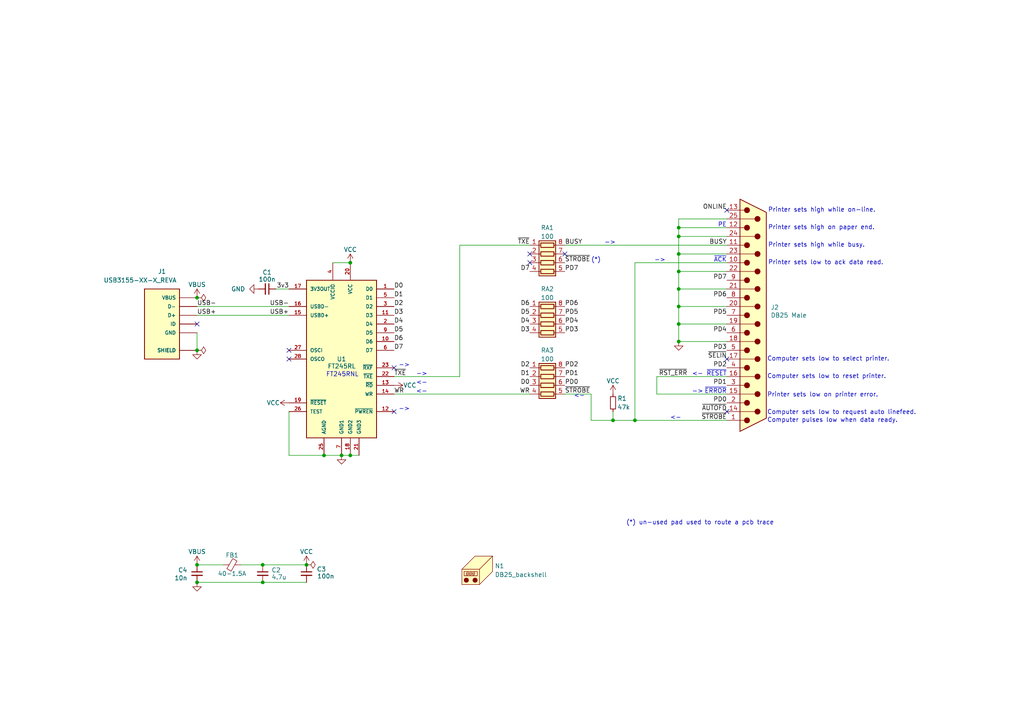
<source format=kicad_sch>
(kicad_sch (version 20250114) (generator "eeschema") (generator_version "9.0")
  (paper "A4")
  (title_block (title "LPT_Capture") (date "2024-08-31") (rev "014") (company "b.kenyon.w@gmail.com") (comment 1 "CC-BY-SA") (comment 2 "github.com/bkw777/LPT_Capture"))
  (lib_symbols
    (symbol "000_LOCAL:C_Small" (pin_numbers (hide yes)) (pin_names (offset 0.254) (hide yes))
      (property "Reference" "C" (at 0.254 1.778 0))
      (property "Value" "C_Small" (at 0.254 -2.032 0))
      (symbol "C_Small_0_1"
        (polyline (pts (xy -1.524 0.508) (xy 1.524 0.508)) (stroke (width 0.3048)))
        (polyline (pts (xy -1.524 -0.508) (xy 1.524 -0.508)) (stroke (width 0.3302)))
      )
      (symbol "C_Small_1_1"
        (pin passive line (at 0 2.54 270) (length 2.032) (name "~") (number "1"))
        (pin passive line (at 0 -2.54 90) (length 2.032) (name "~") (number "2"))
      )
    )
    (symbol "000_LOCAL:Connector_DB25_Male" (pin_names (offset 1.016) (hide yes))
      (property "Reference" "J" (at 0 34.29 0))
      (property "Value" "Connector_DB25_Male" (at 0 -34.925 0))
      (symbol "Connector_DB25_Male_0_1"
        (polyline (pts (xy -3.81 30.48) (xy -2.54 30.48)))
        (polyline (pts (xy -3.81 27.94) (xy 0.508 27.94)))
        (polyline (pts (xy -3.81 25.4) (xy -2.54 25.4)))
        (polyline (pts (xy -3.81 22.86) (xy 0.508 22.86)))
        (polyline (pts (xy -3.81 20.32) (xy -2.54 20.32)))
        (polyline (pts (xy -3.81 17.78) (xy 0.508 17.78)))
        (polyline (pts (xy -3.81 15.24) (xy -2.54 15.24)))
        (polyline (pts (xy -3.81 12.7) (xy 0.508 12.7)))
        (polyline (pts (xy -3.81 10.16) (xy -2.54 10.16)))
        (polyline (pts (xy -3.81 7.62) (xy 0.508 7.62)))
        (polyline (pts (xy -3.81 5.08) (xy -2.54 5.08)))
        (polyline (pts (xy -3.81 2.54) (xy 0.508 2.54)))
        (polyline (pts (xy -3.81 0) (xy -2.54 0)))
        (polyline (pts (xy -3.81 -2.54) (xy 0.508 -2.54)))
        (polyline (pts (xy -3.81 -5.08) (xy -2.54 -5.08)))
        (polyline (pts (xy -3.81 -7.62) (xy 0.508 -7.62)))
        (polyline (pts (xy -3.81 -10.16) (xy -2.54 -10.16)))
        (polyline (pts (xy -3.81 -12.7) (xy 0.508 -12.7)))
        (polyline (pts (xy -3.81 -15.24) (xy -2.54 -15.24)))
        (polyline (pts (xy -3.81 -17.78) (xy 0.508 -17.78)))
        (polyline (pts (xy -3.81 -20.32) (xy -2.54 -20.32)))
        (polyline (pts (xy -3.81 -22.86) (xy 0.508 -22.86)))
        (polyline (pts (xy -3.81 -25.4) (xy -2.54 -25.4)))
        (polyline (pts (xy -3.81 -27.94) (xy 0.508 -27.94)))
        (polyline (pts (xy -3.81 -30.48) (xy -2.54 -30.48)))
        (polyline (pts (xy -3.81 -33.655) (xy 3.81 -29.845) (xy 3.81 29.845) (xy -3.81 33.655) (xy -3.81 -33.655)) (stroke (width 0.254)) (fill (type background)))
        (circle (center -1.778 30.48) (radius 0.762) (fill (type outline)))
        (circle (center -1.778 25.4) (radius 0.762) (fill (type outline)))
        (circle (center -1.778 20.32) (radius 0.762) (fill (type outline)))
        (circle (center -1.778 15.24) (radius 0.762) (fill (type outline)))
        (circle (center -1.778 10.16) (radius 0.762) (fill (type outline)))
        (circle (center -1.778 5.08) (radius 0.762) (fill (type outline)))
        (circle (center -1.778 0) (radius 0.762) (fill (type outline)))
        (circle (center -1.778 -5.08) (radius 0.762) (fill (type outline)))
        (circle (center -1.778 -10.16) (radius 0.762) (fill (type outline)))
        (circle (center -1.778 -15.24) (radius 0.762) (fill (type outline)))
        (circle (center -1.778 -20.32) (radius 0.762) (fill (type outline)))
        (circle (center -1.778 -25.4) (radius 0.762) (fill (type outline)))
        (circle (center -1.778 -30.48) (radius 0.762) (fill (type outline)))
        (circle (center 1.27 27.94) (radius 0.762) (fill (type outline)))
        (circle (center 1.27 22.86) (radius 0.762) (fill (type outline)))
        (circle (center 1.27 17.78) (radius 0.762) (fill (type outline)))
        (circle (center 1.27 12.7) (radius 0.762) (fill (type outline)))
        (circle (center 1.27 7.62) (radius 0.762) (fill (type outline)))
        (circle (center 1.27 2.54) (radius 0.762) (fill (type outline)))
        (circle (center 1.27 -2.54) (radius 0.762) (fill (type outline)))
        (circle (center 1.27 -7.62) (radius 0.762) (fill (type outline)))
        (circle (center 1.27 -12.7) (radius 0.762) (fill (type outline)))
        (circle (center 1.27 -17.78) (radius 0.762) (fill (type outline)))
        (circle (center 1.27 -22.86) (radius 0.762) (fill (type outline)))
        (circle (center 1.27 -27.94) (radius 0.762) (fill (type outline)))
      )
      (symbol "Connector_DB25_Male_1_1"
        (pin passive line (at -7.62 30.48 0) (length 3.81) (name "13") (number "13"))
        (pin passive line (at -7.62 27.94 0) (length 3.81) (name "P25") (number "25"))
        (pin passive line (at -7.62 25.4 0) (length 3.81) (name "12") (number "12"))
        (pin passive line (at -7.62 22.86 0) (length 3.81) (name "P24") (number "24"))
        (pin passive line (at -7.62 20.32 0) (length 3.81) (name "11") (number "11"))
        (pin passive line (at -7.62 17.78 0) (length 3.81) (name "P23") (number "23"))
        (pin passive line (at -7.62 15.24 0) (length 3.81) (name "10") (number "10"))
        (pin passive line (at -7.62 12.7 0) (length 3.81) (name "P22") (number "22"))
        (pin passive line (at -7.62 10.16 0) (length 3.81) (name "9") (number "9"))
        (pin passive line (at -7.62 7.62 0) (length 3.81) (name "P21") (number "21"))
        (pin passive line (at -7.62 5.08 0) (length 3.81) (name "8") (number "8"))
        (pin passive line (at -7.62 2.54 0) (length 3.81) (name "P20") (number "20"))
        (pin passive line (at -7.62 0 0) (length 3.81) (name "7") (number "7"))
        (pin passive line (at -7.62 -2.54 0) (length 3.81) (name "P19") (number "19"))
        (pin passive line (at -7.62 -5.08 0) (length 3.81) (name "6") (number "6"))
        (pin passive line (at -7.62 -7.62 0) (length 3.81) (name "P18") (number "18"))
        (pin passive line (at -7.62 -10.16 0) (length 3.81) (name "5") (number "5"))
        (pin passive line (at -7.62 -12.7 0) (length 3.81) (name "P17") (number "17"))
        (pin passive line (at -7.62 -15.24 0) (length 3.81) (name "4") (number "4"))
        (pin passive line (at -7.62 -17.78 0) (length 3.81) (name "P16") (number "16"))
        (pin passive line (at -7.62 -20.32 0) (length 3.81) (name "3") (number "3"))
        (pin passive line (at -7.62 -22.86 0) (length 3.81) (name "P15") (number "15"))
        (pin passive line (at -7.62 -25.4 0) (length 3.81) (name "2") (number "2"))
        (pin passive line (at -7.62 -27.94 0) (length 3.81) (name "P14") (number "14"))
        (pin passive line (at -7.62 -30.48 0) (length 3.81) (name "1") (number "1"))
      )
    )
    (symbol "000_LOCAL:FT245RL" (pin_names (offset 1.016))
      (property "Reference" "U" (at 4.318 26.924 0))
      (property "Value" "FT245RL" (at 4.064 24.13 0))
      (symbol "FT245RL_0_0"
        (rectangle (start -10.16 22.86) (end 10.16 -22.86) (stroke (width 0.254)) (fill (type background)))
        (pin power_out line (at -15.24 20.32 0) (length 5.08) (name "3V3OUT") (number "17"))
        (pin bidirectional line (at -15.24 15.24 0) (length 5.08) (name "USBD-") (number "16"))
        (pin bidirectional line (at -15.24 12.7 0) (length 5.08) (name "USBD+") (number "15"))
        (pin input line (at -15.24 2.54 0) (length 5.08) (name "OSCI") (number "27"))
        (pin output line (at -15.24 0 0) (length 5.08) (name "OSCO") (number "28"))
        (pin input line (at -15.24 -12.7 0) (length 5.08) (name "~{RESET}") (number "19"))
        (pin input line (at -15.24 -15.24 0) (length 5.08) (name "TEST") (number "26"))
        (pin power_in line (at -5.08 -27.94 90) (length 5.08) (name "AGND") (number "25"))
        (pin power_in line (at -2.54 27.94 270) (length 5.08) (name "VCCIO") (number "4"))
        (pin power_in line (at 0 -27.94 90) (length 5.08) (name "GND1") (number "7"))
        (pin power_in line (at 2.54 27.94 270) (length 5.08) (name "VCC") (number "20"))
        (pin power_in line (at 2.54 -27.94 90) (length 5.08) (name "GND2") (number "18"))
        (pin power_in line (at 5.08 -27.94 90) (length 5.08) (name "GND3") (number "21"))
        (pin bidirectional line (at 15.24 20.32 180) (length 5.08) (name "D0") (number "1"))
        (pin bidirectional line (at 15.24 17.78 180) (length 5.08) (name "D1") (number "5"))
        (pin bidirectional line (at 15.24 15.24 180) (length 5.08) (name "D2") (number "3"))
        (pin bidirectional line (at 15.24 12.7 180) (length 5.08) (name "D3") (number "11"))
        (pin bidirectional line (at 15.24 10.16 180) (length 5.08) (name "D4") (number "2"))
        (pin bidirectional line (at 15.24 7.62 180) (length 5.08) (name "D5") (number "9"))
        (pin bidirectional line (at 15.24 5.08 180) (length 5.08) (name "D6") (number "10"))
        (pin bidirectional line (at 15.24 2.54 180) (length 5.08) (name "D7") (number "6"))
        (pin bidirectional line (at 15.24 -2.54 180) (length 5.08) (name "~{RXF}") (number "23"))
        (pin output line (at 15.24 -5.08 180) (length 5.08) (name "~{TXE}") (number "22"))
        (pin input line (at 15.24 -7.62 180) (length 5.08) (name "~{RD}") (number "13"))
        (pin input line (at 15.24 -10.16 180) (length 5.08) (name "WR") (number "14"))
        (pin output line (at 15.24 -15.24 180) (length 5.08) (name "~{PWREN}") (number "12"))
      )
      (symbol "FT245RL_1_1"
        (pin no_connect non_logic (at -10.16 -5.08 0) (length 2.54) (hide yes) (name "NC") (number "8"))
        (pin no_connect non_logic (at -10.16 -7.62 0) (length 2.54) (hide yes) (name "NC") (number "24"))
      )
    )
    (symbol "000_LOCAL:Ferrite_Bead_Small" (pin_numbers (hide yes)) (pin_names (offset 0))
      (property "Reference" "FB" (at 1.905 1.27 0))
      (property "Value" "Ferrite_Bead_Small" (at 1.905 -1.27 0))
      (symbol "Ferrite_Bead_Small_0_1"
        (polyline (pts (xy -1.8288 0.2794) (xy -1.1176 1.4986) (xy 1.8288 -0.2032) (xy 1.1176 -1.4224) (xy -1.8288 0.2794)))
        (polyline (pts (xy 0 0.889) (xy 0 1.2954)))
        (polyline (pts (xy 0 -1.27) (xy 0 -0.7874)))
      )
      (symbol "Ferrite_Bead_Small_1_1"
        (pin passive line (at 0 2.54 270) (length 1.27) (name "~") (number "1"))
        (pin passive line (at 0 -2.54 90) (length 1.27) (name "~") (number "2"))
      )
    )
    (symbol "000_LOCAL:Housing" (pin_names (offset 1.016)) (exclude_from_sim yes)
      (property "Reference" "N" (at 3.81 0 0))
      (property "Value" "Housing" (at 3.81 -1.905 0))
      (symbol "Housing_0_1"
        (polyline (pts (xy -5.715 0) (xy -0.635 0) (xy 3.175 3.81)))
        (polyline (pts (xy -5.715 0) (xy -5.715 -4.445) (xy -0.635 -4.445) (xy 3.175 -0.635) (xy 3.175 3.81) (xy -1.905 3.81) (xy -5.715 0)) (fill (type background)))
        (rectangle (start -5.08 -0.635) (end -1.27 -1.905))
        (polyline (pts (xy -4.5212 -1.5748) (xy -4.4704 -1.3716)))
        (circle (center -4.445 -3.175) (radius 0.635) (fill (type outline)))
        (polyline (pts (xy -4.4196 -1.2192) (xy -4.3688 -0.9652)))
        (polyline (pts (xy -4.4196 -1.6764) (xy -4.064 -1.6764)))
        (polyline (pts (xy -4.318 -1.3208) (xy -4.0132 -1.3208)))
        (polyline (pts (xy -4.2164 -0.9144) (xy -3.9116 -0.9144)))
        (polyline (pts (xy -3.9116 -1.6256) (xy -3.8608 -1.3716)))
        (polyline (pts (xy -3.81 -1.2192) (xy -3.7592 -0.9652)))
        (polyline (pts (xy -3.6068 -1.5748) (xy -3.556 -1.3716)))
        (polyline (pts (xy -3.5052 -1.2192) (xy -3.4544 -0.9652)))
        (polyline (pts (xy -3.5052 -1.6764) (xy -3.1496 -1.6764)))
        (polyline (pts (xy -3.4036 -1.3208) (xy -3.0988 -1.3208)))
        (polyline (pts (xy -3.302 -0.9144) (xy -2.9972 -0.9144)))
        (polyline (pts (xy -2.9972 -1.6256) (xy -2.9464 -1.3716)))
        (polyline (pts (xy -2.8956 -1.2192) (xy -2.8448 -0.9652)))
        (polyline (pts (xy -2.6924 -1.5748) (xy -2.6416 -1.3716)))
        (polyline (pts (xy -2.5908 -1.2192) (xy -2.54 -0.9652)))
        (polyline (pts (xy -2.5908 -1.6764) (xy -2.2352 -1.6764)))
        (polyline (pts (xy -2.4892 -1.3208) (xy -2.1844 -1.3208)))
        (polyline (pts (xy -2.3876 -0.9144) (xy -2.0828 -0.9144)))
        (polyline (pts (xy -2.0828 -1.6256) (xy -2.032 -1.3716)))
        (polyline (pts (xy -1.9812 -1.2192) (xy -1.9304 -0.9652)))
        (circle (center -1.905 -3.175) (radius 0.635) (fill (type outline)))
        (polyline (pts (xy -0.635 0) (xy -0.635 -4.445)))
      )
    )
    (symbol "000_LOCAL:R_Pack04" (pin_names (offset 0) (hide yes))
      (property "Reference" "RN" (at -7.62 0 90))
      (property "Value" "R_Pack04" (at 5.08 0 90))
      (symbol "R_Pack04_0_1"
        (rectangle (start -6.35 -2.413) (end 3.81 2.413) (stroke (width 0.254)) (fill (type background)))
        (rectangle (start -5.715 1.905) (end -4.445 -1.905) (stroke (width 0.254)))
        (polyline (pts (xy -5.08 1.905) (xy -5.08 2.54)))
        (polyline (pts (xy -5.08 -2.54) (xy -5.08 -1.905)))
        (rectangle (start -3.175 1.905) (end -1.905 -1.905) (stroke (width 0.254)))
        (polyline (pts (xy -2.54 1.905) (xy -2.54 2.54)))
        (polyline (pts (xy -2.54 -2.54) (xy -2.54 -1.905)))
        (rectangle (start -0.635 1.905) (end 0.635 -1.905) (stroke (width 0.254)))
        (polyline (pts (xy 0 1.905) (xy 0 2.54)))
        (polyline (pts (xy 0 -2.54) (xy 0 -1.905)))
        (rectangle (start 1.905 1.905) (end 3.175 -1.905) (stroke (width 0.254)))
        (polyline (pts (xy 2.54 1.905) (xy 2.54 2.54)))
        (polyline (pts (xy 2.54 -2.54) (xy 2.54 -1.905)))
      )
      (symbol "R_Pack04_1_1"
        (pin passive line (at -5.08 5.08 270) (length 2.54) (name "R1.2") (number "8"))
        (pin passive line (at -5.08 -5.08 90) (length 2.54) (name "R1.1") (number "1"))
        (pin passive line (at -2.54 5.08 270) (length 2.54) (name "R2.2") (number "7"))
        (pin passive line (at -2.54 -5.08 90) (length 2.54) (name "R2.1") (number "2"))
        (pin passive line (at 0 5.08 270) (length 2.54) (name "R3.2") (number "6"))
        (pin passive line (at 0 -5.08 90) (length 2.54) (name "R3.1") (number "3"))
        (pin passive line (at 2.54 5.08 270) (length 2.54) (name "R4.2") (number "5"))
        (pin passive line (at 2.54 -5.08 90) (length 2.54) (name "R4.1") (number "4"))
      )
    )
    (symbol "000_LOCAL:R_Small" (pin_numbers (hide yes)) (pin_names (offset 0.254) (hide yes))
      (property "Reference" "R" (at 0.762 0.508 0))
      (property "Value" "R_Small" (at 0.762 -1.016 0))
      (symbol "R_Small_0_1"
        (rectangle (start -0.762 1.778) (end 0.762 -1.778) (stroke (width 0.2032)))
      )
      (symbol "R_Small_1_1"
        (pin passive line (at 0 2.54 270) (length 0.762) (name "~") (number "1"))
        (pin passive line (at 0 -2.54 90) (length 0.762) (name "~") (number "2"))
      )
    )
    (symbol "000_LOCAL:USB3155-XX-X_REVA" (pin_numbers (hide yes)) (pin_names (offset 1.016))
      (property "Reference" "J" (at -5.08 10.16 0))
      (property "Value" "USB3155-XX-X_REVA" (at -5.08 -12.7254 0))
      (symbol "USB3155-XX-X_REVA_0_0"
        (rectangle (start -5.08 -10.16) (end 5.08 10.16) (stroke (width 0.254)) (fill (type background)))
        (pin power_in line (at -10.16 7.62 0) (length 5.08) (name "VBUS") (number "1"))
        (pin bidirectional line (at -10.16 5.08 0) (length 5.08) (name "D-") (number "2"))
        (pin bidirectional line (at -10.16 2.54 0) (length 5.08) (name "D+") (number "3"))
        (pin passive line (at -10.16 0 0) (length 5.08) (name "ID") (number "4"))
        (pin power_in line (at -10.16 -2.54 0) (length 5.08) (name "GND") (number "5"))
        (pin passive line (at -10.16 -7.62 0) (length 5.08) (name "SHIELD") (number "S"))
        (pin passive line (at -10.16 -7.62 0) (length 5.08) (name "SHIELD") (number "S"))
      )
    )
    (symbol "power:GND" (power) (pin_names (offset 0))
      (property "Value" "GND" (at 0 -3.81 0))
      (symbol "GND_0_1"
        (polyline (pts (xy 0 0) (xy 0 -1.27) (xy 1.27 -1.27) (xy 0 -2.54) (xy -1.27 -1.27) (xy 0 -1.27)))
      )
      (symbol "GND_1_1"
        (pin power_in line (at 0 0 270) (length 0) (hide yes) (name "GND") (number "1"))
      )
    )
    (symbol "power:PWR_FLAG" (power) (pin_numbers (hide yes)) (pin_names (offset 0) (hide yes))
      (property "Value" "PWR_FLAG" (at 0 3.81 0))
      (symbol "PWR_FLAG_0_0"
        (pin power_out line (at 0 0 90) (length 0) (name "pwr") (number "1"))
      )
      (symbol "PWR_FLAG_0_1"
        (polyline (pts (xy 0 0) (xy 0 1.27) (xy -1.016 1.905) (xy 0 2.54) (xy 1.016 1.905) (xy 0 1.27)))
      )
    )
    (symbol "power:VBUS" (power) (pin_names (offset 0))
      (property "Value" "VBUS" (at 0 3.81 0))
      (symbol "VBUS_0_1"
        (polyline (pts (xy -0.762 1.27) (xy 0 2.54)))
        (polyline (pts (xy 0 2.54) (xy 0.762 1.27)))
        (polyline (pts (xy 0 0) (xy 0 2.54)))
      )
      (symbol "VBUS_1_1"
        (pin power_in line (at 0 0 90) (length 0) (hide yes) (name "VBUS") (number "1"))
      )
    )
    (symbol "power:VCC" (power) (pin_names (offset 0))
      (property "Value" "VCC" (at 0 3.81 0))
      (symbol "VCC_0_1"
        (polyline (pts (xy -0.762 1.27) (xy 0 2.54)))
        (polyline (pts (xy 0 2.54) (xy 0.762 1.27)))
        (polyline (pts (xy 0 0) (xy 0 2.54)))
      )
      (symbol "VCC_1_1"
        (pin power_in line (at 0 0 90) (length 0) (hide yes) (name "VCC") (number "1"))
      )
    )
  )
  (text "Printer sets high while on-line." (at 222.758 61.722 0) (effects (font (size 1.27 1.27)) (justify left bottom)))
  (text "<-" (at 120.65 111.76 0) (effects (font (size 1.27 1.27)) (justify left bottom)))
  (text "Computer sets low to reset printer." (at 222.504 109.982 0) (effects (font (size 1.27 1.27)) (justify left bottom)))
  (text "->" (at 175.26 71.12 0) (effects (font (size 1.27 1.27)) (justify left bottom)))
  (text "<-" (at 200.66 109.22 0) (effects (font (size 1.27 1.27)) (justify left bottom)))
  (text "~{RESET}" (at 210.82 109.22 0) (effects (font (size 1.27 1.27)) (justify right bottom)))
  (text "Printer sets high on paper end." (at 222.758 66.802 0) (effects (font (size 1.27 1.27)) (justify left bottom)))
  (text "(*)" (at 171.45 76.2 0) (effects (font (size 1.27 1.27)) (justify left bottom)))
  (text "~{ERROR}" (at 210.82 114.3 0) (effects (font (size 1.27 1.27)) (justify right bottom)))
  (text "Printer sets high while busy." (at 222.758 71.882 0) (effects (font (size 1.27 1.27)) (justify left bottom)))
  (text "<-" (at 166.37 115.57 0) (effects (font (size 1.27 1.27)) (justify left bottom)))
  (text "<-" (at 120.65 114.3 0) (effects (font (size 1.27 1.27)) (justify left bottom)))
  (text "<-" (at 194.31 121.92 0) (effects (font (size 1.27 1.27)) (justify left bottom)))
  (text "Computer sets low to request auto linefeed." (at 222.504 120.396 0) (effects (font (size 1.27 1.27)) (justify left bottom)))
  (text "Computer sets low to select printer." (at 222.504 104.902 0) (effects (font (size 1.27 1.27)) (justify left bottom)))
  (text "PE" (at 210.82 66.04 0) (effects (font (size 1.27 1.27)) (justify right bottom)))
  (text "->" (at 189.738 76.2 0) (effects (font (size 1.27 1.27)) (justify left bottom)))
  (text "(*) un-used pad used to route a pcb trace" (at 181.61 152.4 0) (effects (font (size 1.27 1.27)) (justify left bottom)))
  (text "->" (at 115.57 119.38 0) (effects (font (size 1.27 1.27)) (justify left bottom)))
  (text "Printer sets low on printer error." (at 222.504 115.316 0) (effects (font (size 1.27 1.27)) (justify left bottom)))
  (text "Computer pulses low when data ready." (at 222.504 122.682 0) (effects (font (size 1.27 1.27)) (justify left bottom)))
  (text "FT245RNL" (at 99.314 108.712 0) (effects (font (size 1.27 1.27))))
  (text "->" (at 115.57 106.68 0) (effects (font (size 1.27 1.27)) (justify left bottom)))
  (text "Printer sets low to ack data read." (at 222.758 76.962 0) (effects (font (size 1.27 1.27)) (justify left bottom)))
  (text "~{ACK}" (at 210.82 76.2 0) (effects (font (size 1.27 1.27)) (justify right bottom)))
  (text "->" (at 200.66 114.3 0) (effects (font (size 1.27 1.27)) (justify left bottom)))
  (text "->" (at 120.65 109.22 0) (effects (font (size 1.27 1.27)) (justify left bottom)))
  (junction (at 196.85 83.82))
  (junction (at 88.9 163.83))
  (junction (at 196.85 73.66))
  (junction (at 196.85 66.04))
  (junction (at 76.2 168.91))
  (junction (at 196.85 88.9))
  (junction (at 57.15 168.91))
  (junction (at 196.85 93.98))
  (junction (at 57.15 101.6))
  (junction (at 57.15 163.83))
  (junction (at 184.15 121.92))
  (junction (at 196.85 78.74))
  (junction (at 57.15 86.36))
  (junction (at 196.85 99.06))
  (junction (at 76.2 163.83))
  (junction (at 177.8 121.92))
  (junction (at 99.06 132.08))
  (junction (at 196.85 68.58))
  (junction (at 101.6 76.2))
  (junction (at 93.98 132.08))
  (junction (at 101.6 132.08))
  (no_connect (at 210.82 60.96))
  (no_connect (at 210.82 119.38))
  (no_connect (at 114.3 106.68))
  (no_connect (at 210.82 104.14))
  (no_connect (at 153.67 76.2))
  (no_connect (at 83.82 104.14))
  (no_connect (at 57.15 93.98))
  (no_connect (at 83.82 101.6))
  (no_connect (at 163.83 73.66))
  (no_connect (at 153.67 73.66))
  (no_connect (at 114.3 119.38))
  (wire (pts (xy 133.35 71.12) (xy 153.67 71.12)))
  (wire (pts (xy 196.85 66.04) (xy 196.85 68.58)))
  (wire (pts (xy 196.85 83.82) (xy 196.85 88.9)))
  (wire (pts (xy 196.85 73.66) (xy 196.85 78.74)))
  (wire (pts (xy 177.8 119.38) (xy 177.8 121.92)))
  (wire (pts (xy 57.15 91.44) (xy 83.82 91.44)))
  (wire (pts (xy 177.8 121.92) (xy 184.15 121.92)))
  (wire (pts (xy 196.85 93.98) (xy 196.85 99.06)))
  (wire (pts (xy 57.15 88.9) (xy 83.82 88.9)))
  (wire (pts (xy 196.85 63.5) (xy 210.82 63.5)))
  (wire (pts (xy 196.85 78.74) (xy 210.82 78.74)))
  (wire (pts (xy 196.85 93.98) (xy 210.82 93.98)))
  (wire (pts (xy 57.15 168.91) (xy 76.2 168.91)))
  (wire (pts (xy 83.82 132.08) (xy 93.98 132.08)))
  (wire (pts (xy 196.85 88.9) (xy 210.82 88.9)))
  (wire (pts (xy 196.85 68.58) (xy 210.82 68.58)))
  (wire (pts (xy 184.15 76.2) (xy 184.15 121.92)))
  (wire (pts (xy 171.45 114.3) (xy 171.45 121.92)))
  (wire (pts (xy 83.82 119.38) (xy 83.82 132.08)))
  (wire (pts (xy 76.2 163.83) (xy 88.9 163.83)))
  (wire (pts (xy 57.15 101.6) (xy 57.15 96.52)))
  (wire (pts (xy 163.83 114.3) (xy 171.45 114.3)))
  (wire (pts (xy 114.3 109.22) (xy 133.35 109.22)))
  (wire (pts (xy 101.6 132.08) (xy 104.14 132.08)))
  (wire (pts (xy 171.45 121.92) (xy 177.8 121.92)))
  (wire (pts (xy 99.06 132.08) (xy 101.6 132.08)))
  (wire (pts (xy 196.85 78.74) (xy 196.85 83.82)))
  (wire (pts (xy 196.85 83.82) (xy 210.82 83.82)))
  (wire (pts (xy 196.85 73.66) (xy 210.82 73.66)))
  (wire (pts (xy 190.5 114.3) (xy 210.82 114.3)))
  (wire (pts (xy 184.15 76.2) (xy 210.82 76.2)))
  (wire (pts (xy 96.52 76.2) (xy 101.6 76.2)))
  (wire (pts (xy 196.85 99.06) (xy 210.82 99.06)))
  (wire (pts (xy 196.85 88.9) (xy 196.85 93.98)))
  (wire (pts (xy 190.5 114.3) (xy 190.5 109.22)))
  (wire (pts (xy 80.01 83.82) (xy 83.82 83.82)))
  (wire (pts (xy 57.15 163.83) (xy 64.77 163.83)))
  (wire (pts (xy 190.5 109.22) (xy 210.82 109.22)))
  (wire (pts (xy 196.85 63.5) (xy 196.85 66.04)))
  (wire (pts (xy 114.3 114.3) (xy 153.67 114.3)))
  (wire (pts (xy 76.2 168.91) (xy 88.9 168.91)))
  (wire (pts (xy 184.15 121.92) (xy 210.82 121.92)))
  (wire (pts (xy 133.35 71.12) (xy 133.35 109.22)))
  (wire (pts (xy 196.85 68.58) (xy 196.85 73.66)))
  (wire (pts (xy 93.98 132.08) (xy 99.06 132.08)))
  (wire (pts (xy 163.83 71.12) (xy 210.82 71.12)))
  (wire (pts (xy 69.85 163.83) (xy 76.2 163.83)))
  (wire (pts (xy 196.85 66.04) (xy 210.82 66.04)))
  (label "PD7" (at 210.82 81.28 180))
  (label "BUSY" (at 210.82 71.12 180))
  (label "~{STROBE}" (at 163.83 114.3 0))
  (label "USB-" (at 57.15 88.9 0))
  (label "~{STROBE}" (at 163.83 76.2 0))
  (label "PD3" (at 210.82 101.6 180))
  (label "D6" (at 114.3 99.06 0))
  (label "D5" (at 153.67 91.44 180))
  (label "~{TXE}" (at 114.3 109.22 0))
  (label "D2" (at 114.3 88.9 0))
  (label "PD4" (at 210.82 96.52 180))
  (label "D0" (at 153.67 111.76 180))
  (label "D6" (at 153.67 88.9 180))
  (label "PD5" (at 210.82 91.44 180))
  (label "PD3" (at 163.83 96.52 0))
  (label "D3" (at 153.67 96.52 180))
  (label "~{AUTOFD}" (at 210.82 119.38 180))
  (label "PD7" (at 163.83 78.74 0))
  (label "D5" (at 114.3 96.52 0))
  (label "PD2" (at 163.83 106.68 0))
  (label "PD5" (at 163.83 91.44 0))
  (label "PD0" (at 210.82 116.84 180))
  (label "USB-" (at 83.82 88.9 180))
  (label "PD1" (at 163.83 109.22 0))
  (label "~{TXE}" (at 153.67 71.12 180))
  (label "USB+" (at 57.15 91.44 0))
  (label "D4" (at 153.67 93.98 180))
  (label "PD2" (at 210.82 106.68 180))
  (label "D3" (at 114.3 91.44 0))
  (label "D1" (at 114.3 86.36 0))
  (label "BUSY" (at 163.83 71.12 0))
  (label "~{RST_ERR}" (at 199.39 109.22 180))
  (label "D7" (at 114.3 101.6 0))
  (label "D7" (at 153.67 78.74 180))
  (label "~{STROBE}" (at 210.82 121.92 180))
  (label "ONLINE" (at 210.82 60.96 180))
  (label "D4" (at 114.3 93.98 0))
  (label "WR" (at 114.3 114.3 0))
  (label "PD6" (at 163.83 88.9 0))
  (label "3v3" (at 83.82 83.82 180))
  (label "D1" (at 153.67 109.22 180))
  (label "D2" (at 153.67 106.68 180))
  (label "PD4" (at 163.83 93.98 0))
  (label "~{SELIN}" (at 210.82 104.14 180))
  (label "PD6" (at 210.82 86.36 180))
  (label "WR" (at 153.67 114.3 180))
  (label "PD1" (at 210.82 111.76 180))
  (label "USB+" (at 83.82 91.44 180))
  (label "D0" (at 114.3 83.82 0))
  (label "PD0" (at 163.83 111.76 0))
  (symbol (lib_id "000_LOCAL:FT245RL") (at 99.06 104.14 0) (unit 1)
    (property "Reference" "U1" (at 99.06 104.14 0))
    (property "Value" "FT245RL" (at 94.996 106.934 0) (effects (justify left bottom)))
    (property "Footprint" "000_LOCAL:SSOP-28" (effects (hide yes)))
    (property "Datasheet" "datasheets/FT245RN.pdf" (effects (hide yes)))
    (property "Description" "IC USB TO PARALLEL FIFO 28-SSOP" (effects (hide yes)))
    (property "MPN" "FT245RNL" (effects (hide yes)))
  )
  (symbol (lib_id "000_LOCAL:Connector_DB25_Male") (at 218.44 91.44 0) (unit 1)
    (property "Reference" "J2" (at 223.52 89.154 0) (effects (justify left)))
    (property "Value" "DB25 Male" (at 223.52 91.44 0) (effects (justify left)))
    (property "Footprint" "000_LOCAL:DSUB-25_Male_EdgeMount_P2.77mm" (effects (hide yes)))
    (property "Datasheet" "datasheets/ASS_4884_CO.pdf" (effects (hide yes)))
    (property "Description" "CONN D-SUB PLUG 25POS SLDR CUP" (effects (hide yes)))
    (property "MPN" "A-DS 25 LL/Z" (effects (hide yes)))
  )
  (symbol (lib_id "000_LOCAL:R_Small") (at 177.8 116.84 180) (unit 1)
    (property "Reference" "R1" (at 179.07 115.57 0) (effects (justify right)))
    (property "Value" "47k" (at 179.07 118.11 0) (effects (justify right)))
    (property "Footprint" "000_LOCAL:R_0805" (effects (hide yes)))
    (property "Description" "RES 47K OHM 5% 1/8W 0805" (effects (hide yes)))
    (property "MPN" "RC0805JR-0747KL" (effects (hide yes)))
  )
  (symbol (lib_id "000_LOCAL:R_Pack04") (at 158.75 76.2 270) (unit 1)
    (property "Reference" "RA1" (at 158.75 66.04 90))
    (property "Value" "100" (at 158.75 68.58 90))
    (property "Footprint" "000_LOCAL:R_Array_Convex_4x0603" (effects (hide yes)))
    (property "Datasheet" "datasheets/CATCAY.pdf" (effects (hide yes)))
    (property "Description" "RES ARRAY 4 RES 100 OHM 1206 convex" (effects (hide yes)))
    (property "MPN" "CAY16-101J4LF" (effects (hide yes)))
  )
  (symbol (lib_id "power:VCC") (at 101.6 76.2 0) (unit 1)
    (property "Reference" "#PWR0109" (effects (hide yes)))
    (property "Value" "VCC" (at 101.6 72.39 0))
  )
  (symbol (lib_id "000_LOCAL:Ferrite_Bead_Small") (at 67.31 163.83 90) (unit 1)
    (property "Reference" "FB1" (at 67.31 161.036 90))
    (property "Value" "40-1.5A" (at 67.31 166.37 90))
    (property "Footprint" "000_LOCAL:L_0805" (effects (hide yes)))
    (property "Datasheet" "datasheets/mh.pdf" (effects (hide yes)))
    (property "Description" "FERRITE BEAD 40 OHM 0805 1LN" (effects (hide yes)))
    (property "MPN" "MH2029-400Y" (effects (hide yes)))
  )
  (symbol (lib_id "000_LOCAL:C_Small") (at 57.15 166.37 0) (unit 1)
    (property "Reference" "C4" (at 54.356 165.354 0) (effects (justify right)))
    (property "Value" "10n" (at 54.356 167.64 0) (effects (justify right)))
    (property "Footprint" "000_LOCAL:C_0805" (effects (hide yes)))
    (property "Datasheet" "datasheets/885012207039.pdf" (effects (hide yes)))
    (property "Description" "CAP CER 10000PF 16V X7R 0805" (effects (hide yes)))
    (property "MPN" "885012207039" (effects (hide yes)))
  )
  (symbol (lib_id "000_LOCAL:C_Small") (at 77.47 83.82 270) (unit 1)
    (property "Reference" "C1" (at 77.47 78.994 90))
    (property "Value" "100n" (at 77.47 81.026 90))
    (property "Footprint" "000_LOCAL:C_0805" (effects (hide yes)))
    (property "Datasheet" "datasheets/885012207045.pdf" (effects (hide yes)))
    (property "Description" "CAP CER 0.1UF 16V X7R 0805" (effects (hide yes)))
    (property "MPN" "885012207045" (effects (hide yes)))
  )
  (symbol (lib_id "000_LOCAL:C_Small") (at 76.2 166.37 0) (unit 1)
    (property "Reference" "C2" (at 78.74 165.354 0) (effects (justify left)))
    (property "Value" "4.7u" (at 78.74 167.386 0) (effects (justify left)))
    (property "Footprint" "000_LOCAL:C_0805" (effects (hide yes)))
    (property "Datasheet" "datasheets/GRM21BR71C475KE51-01.pdf" (effects (hide yes)))
    (property "Description" "CAP CER 4.7UF 16V X7R 0805" (effects (hide yes)))
    (property "MPN" "GRM21BR71C475KE51L" (effects (hide yes)))
  )
  (symbol (lib_id "power:GND") (at 74.93 83.82 270) (unit 1)
    (property "Reference" "#PWR0103" (effects (hide yes)))
    (property "Value" "GND" (at 71.12 83.82 90) (effects (justify right)))
  )
  (symbol (lib_id "000_LOCAL:USB3155-XX-X_REVA") (at 46.99 93.98 0) (mirror y) (unit 1)
    (property "Reference" "J1" (at 46.99 78.74 0))
    (property "Value" "USB3155-XX-X_REVA" (at 40.64 81.28 0))
    (property "Footprint" "000_LOCAL:GCT_USB3155-XX-X_REVA" (effects (hide yes)))
    (property "Datasheet" "datasheets/usb3155.pdf" (effects (hide yes)))
    (property "Description" "MICRO B SKT, HORIZONTAL MID SMT" (effects (hide yes)))
    (property "MANUFACTURER" "GCT" (effects (hide yes)))
    (property "MPN" "USB3155-30-A" (effects (hide yes)))
  )
  (symbol (lib_id "power:VCC") (at 177.8 114.3 0) (unit 1)
    (property "Reference" "#PWR0121" (effects (hide yes)))
    (property "Value" "VCC" (at 177.8 110.49 0))
  )
  (symbol (lib_id "000_LOCAL:R_Pack04") (at 158.75 111.76 270) (unit 1)
    (property "Reference" "RA3" (at 158.75 101.6 90))
    (property "Value" "100" (at 158.75 104.14 90))
    (property "Footprint" "000_LOCAL:R_Array_Convex_4x0603" (effects (hide yes)))
    (property "Datasheet" "datasheets/CATCAY.pdf" (effects (hide yes)))
    (property "Description" "RES ARRAY 4 RES 100 OHM 1206 convex" (effects (hide yes)))
    (property "MPN" "CAY16-101J4LF" (effects (hide yes)))
  )
  (symbol (lib_id "power:VBUS") (at 57.15 163.83 0) (unit 1)
    (property "Reference" "#PWR0105" (effects (hide yes)))
    (property "Value" "VBUS" (at 57.15 160.02 0))
  )
  (symbol (lib_id "power:PWR_FLAG") (at 57.15 101.6 270) (unit 1)
    (property "Reference" "#FLG0101" (effects (hide yes)))
    (property "Value" "PWR_FLAG" (effects (hide yes)))
  )
  (symbol (lib_id "power:GND") (at 57.15 168.91 0) (unit 1)
    (property "Reference" "#PWR05" (effects (hide yes)))
    (property "Value" "GND" (effects (hide yes)))
  )
  (symbol (lib_id "power:PWR_FLAG") (at 88.9 163.83 270) (unit 1)
    (property "Reference" "#FLG02" (effects (hide yes)))
    (property "Value" "PWR_FLAG" (effects (hide yes)))
  )
  (symbol (lib_id "power:GND") (at 57.15 101.6 0) (unit 1)
    (property "Reference" "#PWR02" (effects (hide yes)))
    (property "Value" "GND" (effects (hide yes)))
  )
  (symbol (lib_id "power:VCC") (at 114.3 111.76 270) (unit 1)
    (property "Reference" "#PWR0122" (effects (hide yes)))
    (property "Value" "VCC" (at 118.872 111.76 90))
  )
  (symbol (lib_id "power:GND") (at 196.85 99.06 0) (unit 1)
    (property "Reference" "#PWR06" (effects (hide yes)))
    (property "Value" "GND" (effects (hide yes)))
  )
  (symbol (lib_id "power:VBUS") (at 57.15 86.36 0) (unit 1)
    (property "Reference" "#PWR03" (effects (hide yes)))
    (property "Value" "VBUS" (at 57.15 82.55 0))
  )
  (symbol (lib_id "power:VCC") (at 88.9 163.83 0) (unit 1)
    (property "Reference" "#PWR01" (effects (hide yes)))
    (property "Value" "VCC" (at 88.9 160.02 0))
  )
  (symbol (lib_id "000_LOCAL:Housing") (at 139.7 165.1 0) (unit 1) (exclude_from_sim yes)
    (property "Reference" "N1" (at 143.51 164.1474 0) (effects (justify left)))
    (property "Value" "DB25_backshell" (at 143.51 166.6874 0) (effects (justify left)))
    (property "Footprint" "000_LOCAL:db25_backshell" (effects (hide yes)))
    (property "Datasheet" "datasheets/mhccovxx-sn-xx.pdf" (effects (hide yes)))
    (property "Description" "25 WAY D-SUB HOOD PLASTIC TOP EN" (effects (hide yes)))
    (property "MPN" "MHCCOV-25-SN-LG" (effects (hide yes)))
  )
  (symbol (lib_id "power:GND") (at 99.06 132.08 0) (unit 1)
    (property "Reference" "#PWR04" (effects (hide yes)))
    (property "Value" "GND" (effects (hide yes)))
  )
  (symbol (lib_id "000_LOCAL:R_Pack04") (at 158.75 93.98 270) (unit 1)
    (property "Reference" "RA2" (at 158.75 83.82 90))
    (property "Value" "100" (at 158.75 86.36 90))
    (property "Footprint" "000_LOCAL:R_Array_Convex_4x0603" (effects (hide yes)))
    (property "Datasheet" "datasheets/CATCAY.pdf" (effects (hide yes)))
    (property "Description" "RES ARRAY 4 RES 100 OHM 1206 convex" (effects (hide yes)))
    (property "MPN" "CAY16-101J4LF" (effects (hide yes)))
  )
  (symbol (lib_id "power:PWR_FLAG") (at 57.15 86.36 270) (unit 1)
    (property "Reference" "#FLG01" (effects (hide yes)))
    (property "Value" "PWR_FLAG" (effects (hide yes)))
  )
  (symbol (lib_id "power:VCC") (at 83.82 116.84 90) (unit 1)
    (property "Reference" "#PWR0112" (effects (hide yes)))
    (property "Value" "VCC" (at 79.248 116.84 90))
  )
  (symbol (lib_id "000_LOCAL:C_Small") (at 88.9 166.37 0) (unit 1)
    (property "Reference" "C3" (at 93.218 165.1 0))
    (property "Value" "100n" (at 94.488 167.132 0))
    (property "Footprint" "000_LOCAL:C_0805" (effects (hide yes)))
    (property "Datasheet" "datasheets/885012207045.pdf" (effects (hide yes)))
    (property "Description" "CAP CER 0.1UF 16V X7R 0805" (effects (hide yes)))
    (property "MPN" "885012207045" (effects (hide yes)))
  )
)
</source>
